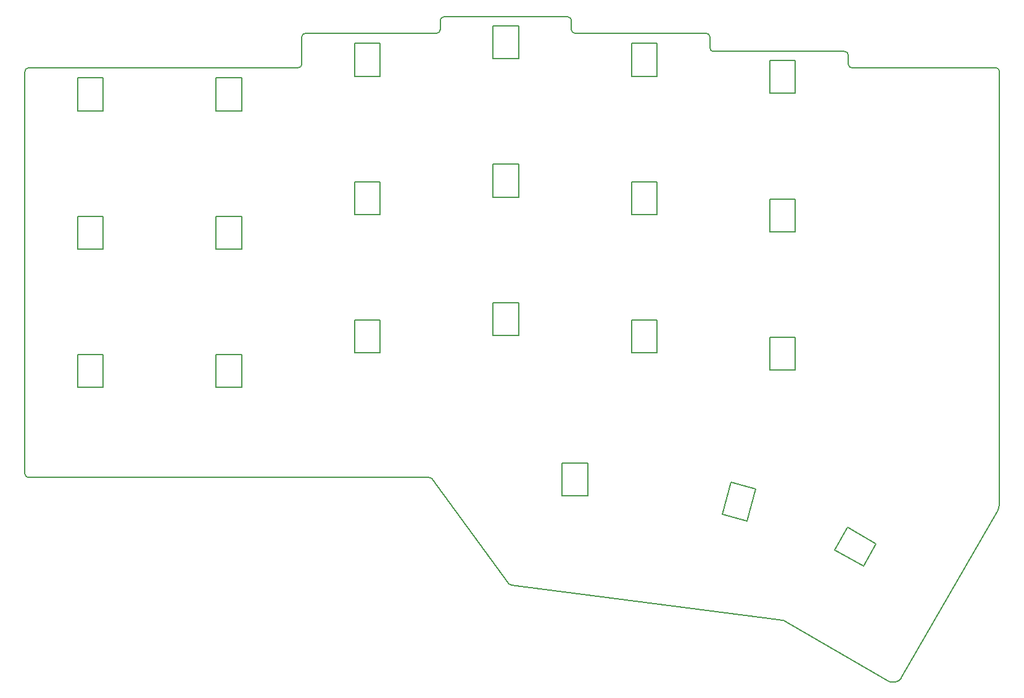
<source format=gm1>
G04 #@! TF.GenerationSoftware,KiCad,Pcbnew,(5.1.2)-1*
G04 #@! TF.CreationDate,2020-04-25T11:27:45-05:00*
G04 #@! TF.ProjectId,corneWS2812NoSnap,636f726e-6557-4533-9238-31324e6f536e,2.1*
G04 #@! TF.SameCoordinates,Original*
G04 #@! TF.FileFunction,Profile,NP*
%FSLAX46Y46*%
G04 Gerber Fmt 4.6, Leading zero omitted, Abs format (unit mm)*
G04 Created by KiCad (PCBNEW (5.1.2)-1) date 2020-04-25 11:27:45*
%MOMM*%
%LPD*%
G04 APERTURE LIST*
%ADD10C,0.150000*%
G04 APERTURE END LIST*
D10*
X194750001Y-127975000D02*
G75*
G02X194522764Y-128847696I-1702236J-22697D01*
G01*
X181297263Y-151781464D02*
G75*
G02X179369251Y-152160956I-1153013J770507D01*
G01*
X164420556Y-143770344D02*
G75*
G02X165075000Y-143900000I-333152J-3398096D01*
G01*
X181300000Y-151775000D02*
X194525000Y-128850000D01*
X165075000Y-143900000D02*
X179400000Y-152175000D01*
X127750000Y-139000000D02*
X164450000Y-143775000D01*
X127396447Y-138853553D02*
G75*
G03X127750000Y-139000000I353553J353553D01*
G01*
X116850000Y-124400000D02*
X127400000Y-138850000D01*
X174000000Y-66250000D02*
X174000000Y-67500000D01*
X174000000Y-66250000D02*
G75*
G03X173500000Y-65750000I-500000J0D01*
G01*
X174000000Y-67500000D02*
G75*
G03X174500000Y-68000000I500000J0D01*
G01*
X194250000Y-68000000D02*
X174500000Y-68000000D01*
X116853553Y-124396447D02*
G75*
G03X116500000Y-124250000I-353553J-353553D01*
G01*
X61000000Y-123750000D02*
G75*
G03X61500000Y-124250000I500000J0D01*
G01*
X61500000Y-68000000D02*
G75*
G03X61000000Y-68500000I0J-500000D01*
G01*
X98500000Y-68000000D02*
G75*
G03X99000000Y-67500000I0J500000D01*
G01*
X99500000Y-63250000D02*
G75*
G03X99000000Y-63750000I0J-500000D01*
G01*
X117500000Y-63250000D02*
G75*
G03X118000000Y-62750000I0J500000D01*
G01*
X118500000Y-61000000D02*
G75*
G03X118000000Y-61500000I0J-500000D01*
G01*
X136000000Y-61500000D02*
G75*
G03X135500000Y-61000000I-500000J0D01*
G01*
X136000000Y-62750000D02*
G75*
G03X136500000Y-63250000I500000J0D01*
G01*
X155000000Y-63750000D02*
G75*
G03X154500000Y-63250000I-500000J0D01*
G01*
X155000000Y-65250000D02*
G75*
G03X155500000Y-65750000I500000J0D01*
G01*
X194750000Y-68500000D02*
G75*
G03X194250000Y-68000000I-500000J0D01*
G01*
X138250000Y-122300000D02*
X134750000Y-122300000D01*
X194750000Y-68500000D02*
X194750000Y-127975000D01*
X116500000Y-124250000D02*
X80500000Y-124250000D01*
X80500000Y-68000000D02*
X61500000Y-68000000D01*
X173900000Y-131100000D02*
X172100000Y-134200000D01*
X177800000Y-133400000D02*
X173900000Y-131100000D01*
X176100000Y-136400000D02*
X177800000Y-133400000D01*
X172100000Y-134200000D02*
X176100000Y-136400000D01*
X161300000Y-125800000D02*
X157900000Y-124900000D01*
X160100000Y-130200000D02*
X161300000Y-125800000D01*
X156700000Y-129300000D02*
X160100000Y-130200000D01*
X157900000Y-124900000D02*
X156700000Y-129300000D01*
X138250000Y-126750000D02*
X138250000Y-122300000D01*
X134750000Y-126750000D02*
X138250000Y-126750000D01*
X134750000Y-122350000D02*
X134750000Y-126750000D01*
X166750000Y-105000000D02*
X163250000Y-105000000D01*
X166750000Y-109500000D02*
X166750000Y-105000000D01*
X163250000Y-109500000D02*
X166750000Y-109500000D01*
X163250000Y-105000000D02*
X163250000Y-109500000D01*
X147750000Y-102650000D02*
X144250000Y-102650000D01*
X147750000Y-107150000D02*
X147750000Y-102650000D01*
X144250000Y-107150000D02*
X147750000Y-107150000D01*
X144250000Y-102650000D02*
X144250000Y-107100000D01*
X128750000Y-100250000D02*
X125250000Y-100250000D01*
X128750000Y-104750000D02*
X128750000Y-100300000D01*
X125250000Y-104750000D02*
X128750000Y-104750000D01*
X125250000Y-100300000D02*
X125250000Y-104750000D01*
X109750000Y-102650000D02*
X106250000Y-102650000D01*
X109750000Y-107150000D02*
X109750000Y-102650000D01*
X106250000Y-107150000D02*
X109750000Y-107150000D01*
X106250000Y-102650000D02*
X106250000Y-107100000D01*
X166750000Y-86000000D02*
X163250000Y-86000000D01*
X166750000Y-90500000D02*
X166750000Y-86000000D01*
X163250000Y-90500000D02*
X166750000Y-90500000D01*
X163250000Y-86000000D02*
X163250000Y-90500000D01*
X147750000Y-83650000D02*
X144250000Y-83650000D01*
X147750000Y-88150000D02*
X147750000Y-83650000D01*
X144250000Y-88150000D02*
X147750000Y-88150000D01*
X144250000Y-83650000D02*
X144250000Y-88100000D01*
X128750000Y-81250000D02*
X125250000Y-81250000D01*
X128750000Y-85750000D02*
X128750000Y-81300000D01*
X125250000Y-85750000D02*
X128750000Y-85750000D01*
X125250000Y-81300000D02*
X125250000Y-85750000D01*
X109750000Y-83650000D02*
X106250000Y-83650000D01*
X109750000Y-88150000D02*
X109750000Y-83650000D01*
X106250000Y-88150000D02*
X109750000Y-88150000D01*
X106250000Y-83650000D02*
X106250000Y-88100000D01*
X166750000Y-67000000D02*
X163250000Y-67000000D01*
X166750000Y-71500000D02*
X166750000Y-67000000D01*
X163250000Y-71500000D02*
X166750000Y-71500000D01*
X163250000Y-67000000D02*
X163250000Y-71500000D01*
X147750000Y-64650000D02*
X144250000Y-64650000D01*
X147750000Y-69150000D02*
X147750000Y-64650000D01*
X144250000Y-69150000D02*
X147750000Y-69150000D01*
X144250000Y-64650000D02*
X144250000Y-69100000D01*
X128750000Y-62250000D02*
X125250000Y-62250000D01*
X128750000Y-66750000D02*
X128750000Y-62250000D01*
X125250000Y-66750000D02*
X128750000Y-66750000D01*
X125250000Y-62250000D02*
X125250000Y-66700000D01*
X109750000Y-64650000D02*
X106250000Y-64650000D01*
X109750000Y-69150000D02*
X109750000Y-64650000D01*
X106250000Y-69150000D02*
X109750000Y-69150000D01*
X106250000Y-64650000D02*
X106250000Y-69100000D01*
X90750000Y-107400000D02*
X87250000Y-107400000D01*
X90750000Y-111900000D02*
X90750000Y-107400000D01*
X87250000Y-111900000D02*
X90750000Y-111900000D01*
X87250000Y-107400000D02*
X87250000Y-111900000D01*
X71750000Y-107400000D02*
X68250000Y-107400000D01*
X71750000Y-111900000D02*
X71750000Y-107400000D01*
X68250000Y-111900000D02*
X71750000Y-111900000D01*
X68250000Y-107400000D02*
X68250000Y-111900000D01*
X90750000Y-88400000D02*
X87250000Y-88400000D01*
X90750000Y-92900000D02*
X90750000Y-88400000D01*
X87250000Y-92900000D02*
X90750000Y-92900000D01*
X87250000Y-88400000D02*
X87250000Y-92900000D01*
X71750000Y-88400000D02*
X68250000Y-88400000D01*
X71750000Y-92900000D02*
X71750000Y-88400000D01*
X68250000Y-92900000D02*
X71750000Y-92900000D01*
X68250000Y-88400000D02*
X68250000Y-92900000D01*
X90750000Y-69400000D02*
X87250000Y-69400000D01*
X90750000Y-73900000D02*
X90750000Y-69400000D01*
X87250000Y-73900000D02*
X90750000Y-73900000D01*
X87250000Y-69400000D02*
X87250000Y-73900000D01*
X71750000Y-69400000D02*
X68250000Y-69400000D01*
X71750000Y-73900000D02*
X71750000Y-69400000D01*
X68250000Y-73900000D02*
X71750000Y-73900000D01*
X68250000Y-69400000D02*
X68250000Y-73900000D01*
X61500000Y-124250000D02*
X80500000Y-124250000D01*
X61000000Y-68500000D02*
X61000000Y-123750000D01*
X98500000Y-68000000D02*
X80500000Y-68000000D01*
X99000000Y-63750000D02*
X99000000Y-67500000D01*
X117500000Y-63250000D02*
X99500000Y-63250000D01*
X118000000Y-61500000D02*
X118000000Y-62750000D01*
X135500000Y-61000000D02*
X118500000Y-61000000D01*
X136000000Y-62750000D02*
X136000000Y-61500000D01*
X154500000Y-63250000D02*
X136500000Y-63250000D01*
X155000000Y-65250000D02*
X155000000Y-63750000D01*
X173500000Y-65750000D02*
X155500000Y-65750000D01*
M02*

</source>
